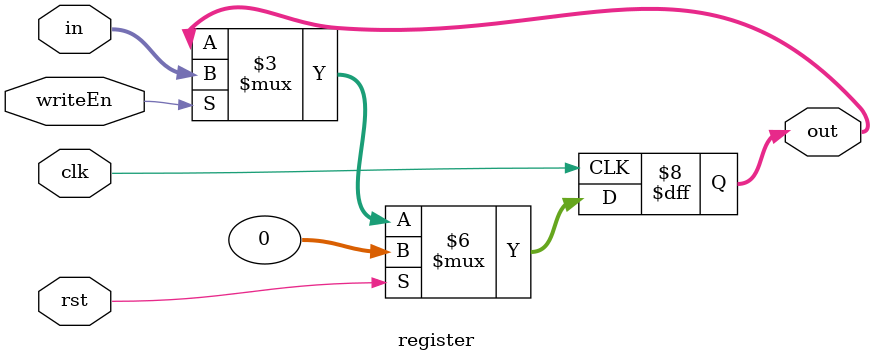
<source format=v>
module register (clk, rst, writeEn, in, out);
  input clk, rst, writeEn;
  input [31:0] in;
  output reg [31:0] out;

  always @ (posedge clk) begin
    if (rst == 1) out <= 0;
    else if (writeEn) out <= in;
  end
endmodule 


</source>
